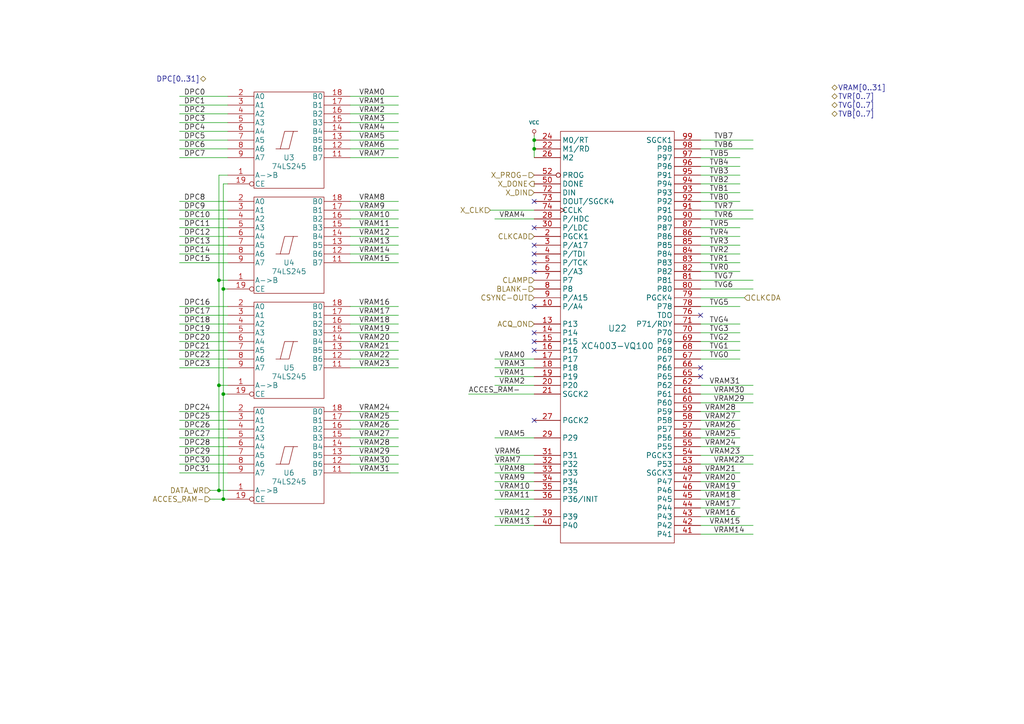
<source format=kicad_sch>
(kicad_sch (version 20200512) (host eeschema "(5.99.0-1712-g5a9e69b14)")
  (page 2 8)
  (paper "A4")
  (title_block (title "Video") (date "Sun 22 Mar 2015") (rev "2.0B") (company "Kicad EDA"))
  (lib_symbols
    (symbol "video_schlib:74LS245" (pin_names (offset 0.254))
      (property "Reference" "U" (at 2.54 14.605 0))
      (property "Value" "74LS245" (at 1.27 -14.605 0))
      (symbol "74LS245_0_1"
        (rectangle (start -10.16 13.97) (end 10.16 -13.97))
        (polyline (pts (xy 1.27 2.54) (xy 0 -2.54) (xy -2.54 -2.54)))
        (polyline (pts (xy 2.54 2.54) (xy -1.27 2.54) (xy -2.54 -2.54) (xy -3.81 -2.54)))
      )
      (symbol "74LS245_0_0"
        (pin power_in line (at 0 -13.97 90) (length 0) (name "GND") (number "10") hide)
        (pin power_in line (at 0 13.97 270) (length 0) (name "VCC") (number "20") hide)
      )
      (symbol "74LS245_1_1"
        (pin input line (at -17.78 -10.16 0) (length 7.62) (name "A->B") (number "1"))
        (pin tri_state line (at 17.78 -5.08 180) (length 7.62) (name "B7") (number "11"))
        (pin tri_state line (at 17.78 -2.54 180) (length 7.62) (name "B6") (number "12"))
        (pin tri_state line (at 17.78 0 180) (length 7.62) (name "B5") (number "13"))
        (pin tri_state line (at 17.78 2.54 180) (length 7.62) (name "B4") (number "14"))
        (pin tri_state line (at 17.78 5.08 180) (length 7.62) (name "B3") (number "15"))
        (pin tri_state line (at 17.78 7.62 180) (length 7.62) (name "B2") (number "16"))
        (pin tri_state line (at 17.78 10.16 180) (length 7.62) (name "B1") (number "17"))
        (pin tri_state line (at 17.78 12.7 180) (length 7.62) (name "B0") (number "18"))
        (pin input inverted (at -17.78 -12.7 0) (length 7.62) (name "CE") (number "19"))
        (pin tri_state line (at -17.78 12.7 0) (length 7.62) (name "A0") (number "2"))
        (pin tri_state line (at -17.78 10.16 0) (length 7.62) (name "A1") (number "3"))
        (pin tri_state line (at -17.78 7.62 0) (length 7.62) (name "A2") (number "4"))
        (pin tri_state line (at -17.78 5.08 0) (length 7.62) (name "A3") (number "5"))
        (pin tri_state line (at -17.78 2.54 0) (length 7.62) (name "A4") (number "6"))
        (pin tri_state line (at -17.78 0 0) (length 7.62) (name "A5") (number "7"))
        (pin tri_state line (at -17.78 -2.54 0) (length 7.62) (name "A6") (number "8"))
        (pin tri_state line (at -17.78 -5.08 0) (length 7.62) (name "A7") (number "9"))
      )
    )
    (symbol "video_schlib:VCC" (power) (pin_names (offset 0))
      (property "Value" "VCC" (at 0 2.54 0))
      (symbol "VCC_0_1"
        (circle (center 0 1.27) (radius 0.508))
        (polyline (pts (xy 0 0) (xy 0 0.762) (xy 0 0.762)))
      )
      (symbol "VCC_0_0"
        (pin power_in line (at 0 0 90) (length 0) (name "VCC") (number "1") hide)
      )
    )
    (symbol "video_schlib:XC4003-VQ100"
      (property "Reference" "U" (at 0 2.54 0))
      (property "Value" "XC4003-VQ100" (at 0 -2.54 0))
      (symbol "XC4003-VQ100_0_1"
        (rectangle (start -16.51 -59.69) (end 16.51 59.69))
      )
      (symbol "XC4003-VQ100_1_1"
        (pin power_in line (at -13.97 -59.69 90) (length 0) (name "GND") (number "1") hide)
        (pin passive line (at -24.13 8.89 0) (length 7.62) (name "P/A4") (number "10"))
        (pin power_in line (at 3.81 59.69 270) (length 0) (name "VCC") (number "100") hide)
        (pin power_in line (at -11.43 -59.69 90) (length 0) (name "GND") (number "11") hide)
        (pin power_in line (at -13.97 59.69 270) (length 0) (name "VCC") (number "12") hide)
        (pin bidirectional line (at -24.13 3.81 0) (length 7.62) (name "P13") (number "13"))
        (pin passive line (at -24.13 1.27 0) (length 7.62) (name "P14") (number "14"))
        (pin passive line (at -24.13 -1.27 0) (length 7.62) (name "P15") (number "15"))
        (pin passive line (at -24.13 -3.81 0) (length 7.62) (name "P16") (number "16"))
        (pin passive line (at -24.13 -6.35 0) (length 7.62) (name "P17") (number "17"))
        (pin passive line (at -24.13 -8.89 0) (length 7.62) (name "P18") (number "18"))
        (pin passive line (at -24.13 -11.43 0) (length 7.62) (name "P19") (number "19"))
        (pin passive line (at -24.13 29.21 0) (length 7.62) (name "PGCK1") (number "2"))
        (pin passive line (at -24.13 -13.97 0) (length 7.62) (name "P20") (number "20"))
        (pin passive line (at -24.13 -16.51 0) (length 7.62) (name "SGCK2") (number "21"))
        (pin input line (at -24.13 54.61 0) (length 7.62) (name "M1/RD") (number "22"))
        (pin power_in line (at -8.89 -59.69 90) (length 0) (name "GND") (number "23") hide)
        (pin input line (at -24.13 57.15 0) (length 7.62) (name "M0/RT") (number "24"))
        (pin power_in line (at -11.43 59.69 270) (length 0) (name "VCC") (number "25") hide)
        (pin passive line (at -24.13 52.07 0) (length 7.62) (name "M2") (number "26"))
        (pin passive line (at -24.13 -24.13 0) (length 7.62) (name "PGCK2") (number "27"))
        (pin passive line (at -24.13 34.29 0) (length 7.62) (name "P/HDC") (number "28"))
        (pin passive line (at -24.13 -29.21 0) (length 7.62) (name "P29") (number "29"))
        (pin passive line (at -24.13 26.67 0) (length 7.62) (name "P/A17") (number "3"))
        (pin passive line (at -24.13 31.75 0) (length 7.62) (name "P/LDC") (number "30"))
        (pin passive line (at -24.13 -34.29 0) (length 7.62) (name "P31") (number "31"))
        (pin passive line (at -24.13 -36.83 0) (length 7.62) (name "P32") (number "32"))
        (pin passive line (at -24.13 -39.37 0) (length 7.62) (name "P33") (number "33"))
        (pin passive line (at -24.13 -41.91 0) (length 7.62) (name "P34") (number "34"))
        (pin passive line (at -24.13 -44.45 0) (length 7.62) (name "P35") (number "35"))
        (pin passive line (at -24.13 -46.99 0) (length 7.62) (name "P36/INIT") (number "36"))
        (pin power_in line (at -8.89 59.69 270) (length 0) (name "VCC") (number "37") hide)
        (pin power_in line (at -6.35 -59.69 90) (length 0) (name "GND") (number "38") hide)
        (pin passive line (at -24.13 -52.07 0) (length 7.62) (name "P39") (number "39"))
        (pin passive line (at -24.13 24.13 0) (length 7.62) (name "P/TDI") (number "4"))
        (pin passive line (at -24.13 -54.61 0) (length 7.62) (name "P40") (number "40"))
        (pin passive line (at 24.13 -57.15 180) (length 7.62) (name "P41") (number "41"))
        (pin passive line (at 24.13 -54.61 180) (length 7.62) (name "P42") (number "42"))
        (pin passive line (at 24.13 -52.07 180) (length 7.62) (name "P43") (number "43"))
        (pin passive line (at 24.13 -49.53 180) (length 7.62) (name "P44") (number "44"))
        (pin passive line (at 24.13 -46.99 180) (length 7.62) (name "P45") (number "45"))
        (pin passive line (at 24.13 -44.45 180) (length 7.62) (name "P46") (number "46"))
        (pin passive line (at 24.13 -41.91 180) (length 7.62) (name "P47") (number "47"))
        (pin passive line (at 24.13 -39.37 180) (length 7.62) (name "SGCK3") (number "48"))
        (pin power_in line (at -3.81 -59.69 90) (length 0) (name "GND") (number "49") hide)
        (pin passive line (at -24.13 21.59 0) (length 7.62) (name "P/TCK") (number "5"))
        (pin open_collector line (at -24.13 44.45 0) (length 7.62) (name "DONE") (number "50"))
        (pin power_in line (at -6.35 59.69 270) (length 0) (name "VCC") (number "51") hide)
        (pin input inverted (at -24.13 46.99 0) (length 7.62) (name "PROG") (number "52"))
        (pin bidirectional line (at 24.13 -36.83 180) (length 7.62) (name "P53") (number "53"))
        (pin bidirectional line (at 24.13 -34.29 180) (length 7.62) (name "PGCK3") (number "54"))
        (pin passive line (at 24.13 -31.75 180) (length 7.62) (name "P55") (number "55"))
        (pin bidirectional line (at 24.13 -29.21 180) (length 7.62) (name "P56") (number "56"))
        (pin passive line (at 24.13 -26.67 180) (length 7.62) (name "P57") (number "57"))
        (pin passive line (at 24.13 -24.13 180) (length 7.62) (name "P58") (number "58"))
        (pin passive line (at 24.13 -21.59 180) (length 7.62) (name "P59") (number "59"))
        (pin passive line (at -24.13 19.05 0) (length 7.62) (name "P/A3") (number "6"))
        (pin passive line (at 24.13 -19.05 180) (length 7.62) (name "P60") (number "60"))
        (pin passive line (at 24.13 -16.51 180) (length 7.62) (name "P61") (number "61"))
        (pin passive line (at 24.13 -13.97 180) (length 7.62) (name "P62") (number "62"))
        (pin power_in line (at -3.81 59.69 270) (length 0) (name "VCC") (number "63") hide)
        (pin power_in line (at -1.27 -59.69 90) (length 0) (name "GND") (number "64") hide)
        (pin passive line (at 24.13 -11.43 180) (length 7.62) (name "P65") (number "65"))
        (pin passive line (at 24.13 -8.89 180) (length 7.62) (name "P66") (number "66"))
        (pin passive line (at 24.13 -6.35 180) (length 7.62) (name "P67") (number "67"))
        (pin passive line (at 24.13 -3.81 180) (length 7.62) (name "P68") (number "68"))
        (pin passive line (at 24.13 -1.27 180) (length 7.62) (name "P69") (number "69"))
        (pin passive line (at -24.13 16.51 0) (length 7.62) (name "P7") (number "7"))
        (pin passive line (at 24.13 1.27 180) (length 7.62) (name "P70") (number "70"))
        (pin passive line (at 24.13 3.81 180) (length 7.62) (name "P71/RDY") (number "71"))
        (pin passive line (at -24.13 41.91 0) (length 7.62) (name "DIN") (number "72"))
        (pin passive line (at -24.13 39.37 0) (length 7.62) (name "DOUT/SGCK4") (number "73"))
        (pin input clock (at -24.13 36.83 0) (length 7.62) (name "CCLK") (number "74"))
        (pin power_in line (at -1.27 59.69 270) (length 0) (name "VCC") (number "75") hide)
        (pin output line (at 24.13 6.35 180) (length 7.62) (name "TDO") (number "76"))
        (pin power_in line (at 1.27 -59.69 90) (length 0) (name "GND") (number "77") hide)
        (pin passive line (at 24.13 8.89 180) (length 7.62) (name "P78") (number "78"))
        (pin passive line (at 24.13 11.43 180) (length 7.62) (name "PGCK4") (number "79"))
        (pin passive line (at -24.13 13.97 0) (length 7.62) (name "P8") (number "8"))
        (pin passive line (at 24.13 13.97 180) (length 7.62) (name "P80") (number "80"))
        (pin passive line (at 24.13 16.51 180) (length 7.62) (name "P81") (number "81"))
        (pin passive line (at 24.13 19.05 180) (length 7.62) (name "P82") (number "82"))
        (pin passive line (at 24.13 21.59 180) (length 7.62) (name "P83") (number "83"))
        (pin passive line (at 24.13 24.13 180) (length 7.62) (name "P84") (number "84"))
        (pin passive line (at 24.13 26.67 180) (length 7.62) (name "P85") (number "85"))
        (pin passive line (at 24.13 29.21 180) (length 7.62) (name "P86") (number "86"))
        (pin passive line (at 24.13 31.75 180) (length 7.62) (name "P87") (number "87"))
        (pin power_in line (at 3.81 -59.69 90) (length 0) (name "GND") (number "88") hide)
        (pin power_in line (at 1.27 59.69 270) (length 0) (name "VCC") (number "89") hide)
        (pin passive line (at -24.13 11.43 0) (length 7.62) (name "P/A15") (number "9"))
        (pin bidirectional line (at 24.13 34.29 180) (length 7.62) (name "P90") (number "90"))
        (pin passive line (at 24.13 36.83 180) (length 7.62) (name "P91") (number "91"))
        (pin passive line (at 24.13 39.37 180) (length 7.62) (name "P92") (number "92"))
        (pin passive line (at 24.13 41.91 180) (length 7.62) (name "P93") (number "93"))
        (pin passive line (at 24.13 44.45 180) (length 7.62) (name "P94") (number "94"))
        (pin passive line (at 24.13 46.99 180) (length 7.62) (name "P91") (number "95"))
        (pin passive line (at 24.13 49.53 180) (length 7.62) (name "P96") (number "96"))
        (pin passive line (at 24.13 52.07 180) (length 7.62) (name "P97") (number "97"))
        (pin bidirectional line (at 24.13 54.61 180) (length 7.62) (name "P98") (number "98"))
        (pin bidirectional line (at 24.13 57.15 180) (length 7.62) (name "SGCK1") (number "99"))
      )
    )
  )
  (junction (at 63.5 81.28))
  (junction (at 63.5 111.76))
  (junction (at 63.5 142.24))
  (junction (at 64.77 83.82))
  (junction (at 64.77 114.3))
  (junction (at 64.77 144.78))
  (junction (at 154.94 40.64))
  (junction (at 154.94 43.18))
  (no_connect (at 154.94 101.6))
  (no_connect (at 203.2 91.44))
  (no_connect (at 154.94 58.42))
  (no_connect (at 154.94 88.9))
  (no_connect (at 154.94 76.2))
  (no_connect (at 154.94 66.04))
  (no_connect (at 154.94 99.06))
  (no_connect (at 154.94 73.66))
  (no_connect (at 203.2 106.68))
  (no_connect (at 203.2 109.22))
  (no_connect (at 154.94 71.12))
  (no_connect (at 154.94 96.52))
  (no_connect (at 154.94 121.92))
  (no_connect (at 154.94 78.74))
  (wire (pts (xy 60.96 142.24) (xy 63.5 142.24)))
  (wire (pts (xy 63.5 50.8) (xy 66.04 50.8)))
  (wire (pts (xy 63.5 81.28) (xy 63.5 50.8)))
  (wire (pts (xy 63.5 111.76) (xy 63.5 81.28)))
  (wire (pts (xy 63.5 142.24) (xy 63.5 111.76)))
  (wire (pts (xy 63.5 142.24) (xy 66.04 142.24)))
  (wire (pts (xy 64.77 53.34) (xy 66.04 53.34)))
  (wire (pts (xy 64.77 83.82) (xy 64.77 53.34)))
  (wire (pts (xy 64.77 114.3) (xy 64.77 83.82)))
  (wire (pts (xy 64.77 144.78) (xy 60.96 144.78)))
  (wire (pts (xy 64.77 144.78) (xy 64.77 114.3)))
  (wire (pts (xy 66.04 27.94) (xy 52.07 27.94)))
  (wire (pts (xy 66.04 30.48) (xy 52.07 30.48)))
  (wire (pts (xy 66.04 33.02) (xy 52.07 33.02)))
  (wire (pts (xy 66.04 35.56) (xy 52.07 35.56)))
  (wire (pts (xy 66.04 38.1) (xy 52.07 38.1)))
  (wire (pts (xy 66.04 40.64) (xy 52.07 40.64)))
  (wire (pts (xy 66.04 43.18) (xy 52.07 43.18)))
  (wire (pts (xy 66.04 45.72) (xy 52.07 45.72)))
  (wire (pts (xy 66.04 58.42) (xy 52.07 58.42)))
  (wire (pts (xy 66.04 60.96) (xy 52.07 60.96)))
  (wire (pts (xy 66.04 63.5) (xy 52.07 63.5)))
  (wire (pts (xy 66.04 66.04) (xy 52.07 66.04)))
  (wire (pts (xy 66.04 68.58) (xy 52.07 68.58)))
  (wire (pts (xy 66.04 71.12) (xy 52.07 71.12)))
  (wire (pts (xy 66.04 73.66) (xy 52.07 73.66)))
  (wire (pts (xy 66.04 76.2) (xy 52.07 76.2)))
  (wire (pts (xy 66.04 81.28) (xy 63.5 81.28)))
  (wire (pts (xy 66.04 83.82) (xy 64.77 83.82)))
  (wire (pts (xy 66.04 88.9) (xy 52.07 88.9)))
  (wire (pts (xy 66.04 91.44) (xy 52.07 91.44)))
  (wire (pts (xy 66.04 93.98) (xy 52.07 93.98)))
  (wire (pts (xy 66.04 96.52) (xy 52.07 96.52)))
  (wire (pts (xy 66.04 99.06) (xy 52.07 99.06)))
  (wire (pts (xy 66.04 101.6) (xy 52.07 101.6)))
  (wire (pts (xy 66.04 104.14) (xy 52.07 104.14)))
  (wire (pts (xy 66.04 106.68) (xy 52.07 106.68)))
  (wire (pts (xy 66.04 111.76) (xy 63.5 111.76)))
  (wire (pts (xy 66.04 114.3) (xy 64.77 114.3)))
  (wire (pts (xy 66.04 119.38) (xy 52.07 119.38)))
  (wire (pts (xy 66.04 121.92) (xy 52.07 121.92)))
  (wire (pts (xy 66.04 124.46) (xy 52.07 124.46)))
  (wire (pts (xy 66.04 127) (xy 52.07 127)))
  (wire (pts (xy 66.04 129.54) (xy 52.07 129.54)))
  (wire (pts (xy 66.04 132.08) (xy 52.07 132.08)))
  (wire (pts (xy 66.04 134.62) (xy 52.07 134.62)))
  (wire (pts (xy 66.04 137.16) (xy 52.07 137.16)))
  (wire (pts (xy 66.04 144.78) (xy 64.77 144.78)))
  (wire (pts (xy 101.6 27.94) (xy 115.57 27.94)))
  (wire (pts (xy 101.6 30.48) (xy 115.57 30.48)))
  (wire (pts (xy 101.6 33.02) (xy 115.57 33.02)))
  (wire (pts (xy 101.6 35.56) (xy 115.57 35.56)))
  (wire (pts (xy 101.6 38.1) (xy 115.57 38.1)))
  (wire (pts (xy 101.6 40.64) (xy 115.57 40.64)))
  (wire (pts (xy 101.6 43.18) (xy 115.57 43.18)))
  (wire (pts (xy 101.6 45.72) (xy 115.57 45.72)))
  (wire (pts (xy 101.6 58.42) (xy 115.57 58.42)))
  (wire (pts (xy 101.6 60.96) (xy 115.57 60.96)))
  (wire (pts (xy 101.6 63.5) (xy 115.57 63.5)))
  (wire (pts (xy 101.6 66.04) (xy 115.57 66.04)))
  (wire (pts (xy 101.6 68.58) (xy 115.57 68.58)))
  (wire (pts (xy 101.6 71.12) (xy 115.57 71.12)))
  (wire (pts (xy 101.6 73.66) (xy 115.57 73.66)))
  (wire (pts (xy 101.6 76.2) (xy 115.57 76.2)))
  (wire (pts (xy 101.6 88.9) (xy 115.57 88.9)))
  (wire (pts (xy 101.6 91.44) (xy 115.57 91.44)))
  (wire (pts (xy 101.6 93.98) (xy 115.57 93.98)))
  (wire (pts (xy 101.6 96.52) (xy 115.57 96.52)))
  (wire (pts (xy 101.6 99.06) (xy 115.57 99.06)))
  (wire (pts (xy 101.6 101.6) (xy 115.57 101.6)))
  (wire (pts (xy 101.6 104.14) (xy 115.57 104.14)))
  (wire (pts (xy 101.6 106.68) (xy 115.57 106.68)))
  (wire (pts (xy 101.6 119.38) (xy 115.57 119.38)))
  (wire (pts (xy 101.6 121.92) (xy 115.57 121.92)))
  (wire (pts (xy 101.6 124.46) (xy 115.57 124.46)))
  (wire (pts (xy 101.6 127) (xy 115.57 127)))
  (wire (pts (xy 101.6 129.54) (xy 115.57 129.54)))
  (wire (pts (xy 101.6 132.08) (xy 115.57 132.08)))
  (wire (pts (xy 101.6 134.62) (xy 115.57 134.62)))
  (wire (pts (xy 101.6 137.16) (xy 115.57 137.16)))
  (wire (pts (xy 143.51 63.5) (xy 154.94 63.5)))
  (wire (pts (xy 143.51 104.14) (xy 154.94 104.14)))
  (wire (pts (xy 143.51 106.68) (xy 154.94 106.68)))
  (wire (pts (xy 143.51 109.22) (xy 154.94 109.22)))
  (wire (pts (xy 143.51 111.76) (xy 154.94 111.76)))
  (wire (pts (xy 143.51 127) (xy 154.94 127)))
  (wire (pts (xy 143.51 137.16) (xy 154.94 137.16)))
  (wire (pts (xy 143.51 139.7) (xy 154.94 139.7)))
  (wire (pts (xy 143.51 142.24) (xy 154.94 142.24)))
  (wire (pts (xy 143.51 144.78) (xy 154.94 144.78)))
  (wire (pts (xy 143.51 149.86) (xy 154.94 149.86)))
  (wire (pts (xy 143.51 152.4) (xy 154.94 152.4)))
  (wire (pts (xy 154.94 40.64) (xy 154.94 39.37)))
  (wire (pts (xy 154.94 43.18) (xy 154.94 40.64)))
  (wire (pts (xy 154.94 45.72) (xy 154.94 43.18)))
  (wire (pts (xy 154.94 60.96) (xy 142.24 60.96)))
  (wire (pts (xy 154.94 114.3) (xy 135.89 114.3)))
  (wire (pts (xy 154.94 132.08) (xy 143.51 132.08)))
  (wire (pts (xy 154.94 134.62) (xy 143.51 134.62)))
  (wire (pts (xy 203.2 45.72) (xy 214.63 45.72)))
  (wire (pts (xy 203.2 48.26) (xy 214.63 48.26)))
  (wire (pts (xy 203.2 50.8) (xy 214.63 50.8)))
  (wire (pts (xy 203.2 53.34) (xy 214.63 53.34)))
  (wire (pts (xy 203.2 55.88) (xy 214.63 55.88)))
  (wire (pts (xy 203.2 58.42) (xy 214.63 58.42)))
  (wire (pts (xy 203.2 66.04) (xy 214.63 66.04)))
  (wire (pts (xy 203.2 68.58) (xy 214.63 68.58)))
  (wire (pts (xy 203.2 71.12) (xy 214.63 71.12)))
  (wire (pts (xy 203.2 73.66) (xy 214.63 73.66)))
  (wire (pts (xy 203.2 76.2) (xy 214.63 76.2)))
  (wire (pts (xy 203.2 78.74) (xy 214.63 78.74)))
  (wire (pts (xy 203.2 86.36) (xy 215.9 86.36)))
  (wire (pts (xy 203.2 88.9) (xy 214.63 88.9)))
  (wire (pts (xy 203.2 93.98) (xy 214.63 93.98)))
  (wire (pts (xy 203.2 96.52) (xy 214.63 96.52)))
  (wire (pts (xy 203.2 99.06) (xy 214.63 99.06)))
  (wire (pts (xy 203.2 101.6) (xy 214.63 101.6)))
  (wire (pts (xy 203.2 104.14) (xy 214.63 104.14)))
  (wire (pts (xy 203.2 119.38) (xy 214.63 119.38)))
  (wire (pts (xy 203.2 121.92) (xy 214.63 121.92)))
  (wire (pts (xy 203.2 124.46) (xy 214.63 124.46)))
  (wire (pts (xy 203.2 127) (xy 214.63 127)))
  (wire (pts (xy 203.2 129.54) (xy 214.63 129.54)))
  (wire (pts (xy 203.2 137.16) (xy 214.63 137.16)))
  (wire (pts (xy 203.2 139.7) (xy 214.63 139.7)))
  (wire (pts (xy 203.2 142.24) (xy 214.63 142.24)))
  (wire (pts (xy 203.2 144.78) (xy 214.63 144.78)))
  (wire (pts (xy 203.2 147.32) (xy 214.63 147.32)))
  (wire (pts (xy 203.2 149.86) (xy 214.63 149.86)))
  (wire (pts (xy 218.44 40.64) (xy 203.2 40.64)))
  (wire (pts (xy 218.44 43.18) (xy 203.2 43.18)))
  (wire (pts (xy 218.44 60.96) (xy 203.2 60.96)))
  (wire (pts (xy 218.44 63.5) (xy 203.2 63.5)))
  (wire (pts (xy 218.44 81.28) (xy 203.2 81.28)))
  (wire (pts (xy 218.44 83.82) (xy 203.2 83.82)))
  (wire (pts (xy 218.44 111.76) (xy 203.2 111.76)))
  (wire (pts (xy 218.44 114.3) (xy 203.2 114.3)))
  (wire (pts (xy 218.44 116.84) (xy 203.2 116.84)))
  (wire (pts (xy 218.44 132.08) (xy 203.2 132.08)))
  (wire (pts (xy 218.44 134.62) (xy 203.2 134.62)))
  (wire (pts (xy 218.44 152.4) (xy 203.2 152.4)))
  (wire (pts (xy 218.44 154.94) (xy 203.2 154.94)))
  (label "DPC0" (at 53.34 27.94 0) (effects (font (size 1.524 1.524))))
  (label "DPC1" (at 53.34 30.48 0) (effects (font (size 1.524 1.524))))
  (label "DPC2" (at 53.34 33.02 0) (effects (font (size 1.524 1.524))))
  (label "DPC3" (at 53.34 35.56 0) (effects (font (size 1.524 1.524))))
  (label "DPC4" (at 53.34 38.1 0) (effects (font (size 1.524 1.524))))
  (label "DPC5" (at 53.34 40.64 0) (effects (font (size 1.524 1.524))))
  (label "DPC6" (at 53.34 43.18 0) (effects (font (size 1.524 1.524))))
  (label "DPC7" (at 53.34 45.72 0) (effects (font (size 1.524 1.524))))
  (label "DPC8" (at 53.34 58.42 0) (effects (font (size 1.524 1.524))))
  (label "DPC9" (at 53.34 60.96 0) (effects (font (size 1.524 1.524))))
  (label "DPC10" (at 53.34 63.5 0) (effects (font (size 1.524 1.524))))
  (label "DPC11" (at 53.34 66.04 0) (effects (font (size 1.524 1.524))))
  (label "DPC12" (at 53.34 68.58 0) (effects (font (size 1.524 1.524))))
  (label "DPC13" (at 53.34 71.12 0) (effects (font (size 1.524 1.524))))
  (label "DPC14" (at 53.34 73.66 0) (effects (font (size 1.524 1.524))))
  (label "DPC15" (at 53.34 76.2 0) (effects (font (size 1.524 1.524))))
  (label "DPC16" (at 53.34 88.9 0) (effects (font (size 1.524 1.524))))
  (label "DPC17" (at 53.34 91.44 0) (effects (font (size 1.524 1.524))))
  (label "DPC18" (at 53.34 93.98 0) (effects (font (size 1.524 1.524))))
  (label "DPC19" (at 53.34 96.52 0) (effects (font (size 1.524 1.524))))
  (label "DPC20" (at 53.34 99.06 0) (effects (font (size 1.524 1.524))))
  (label "DPC21" (at 53.34 101.6 0) (effects (font (size 1.524 1.524))))
  (label "DPC22" (at 53.34 104.14 0) (effects (font (size 1.524 1.524))))
  (label "DPC23" (at 53.34 106.68 0) (effects (font (size 1.524 1.524))))
  (label "DPC24" (at 53.34 119.38 0) (effects (font (size 1.524 1.524))))
  (label "DPC25" (at 53.34 121.92 0) (effects (font (size 1.524 1.524))))
  (label "DPC26" (at 53.34 124.46 0) (effects (font (size 1.524 1.524))))
  (label "DPC27" (at 53.34 127 0) (effects (font (size 1.524 1.524))))
  (label "DPC28" (at 53.34 129.54 0) (effects (font (size 1.524 1.524))))
  (label "DPC29" (at 53.34 132.08 0) (effects (font (size 1.524 1.524))))
  (label "DPC30" (at 53.34 134.62 0) (effects (font (size 1.524 1.524))))
  (label "DPC31" (at 53.34 137.16 0) (effects (font (size 1.524 1.524))))
  (label "VRAM0" (at 104.14 27.94 0) (effects (font (size 1.524 1.524))))
  (label "VRAM1" (at 104.14 30.48 0) (effects (font (size 1.524 1.524))))
  (label "VRAM2" (at 104.14 33.02 0) (effects (font (size 1.524 1.524))))
  (label "VRAM3" (at 104.14 35.56 0) (effects (font (size 1.524 1.524))))
  (label "VRAM4" (at 104.14 38.1 0) (effects (font (size 1.524 1.524))))
  (label "VRAM5" (at 104.14 40.64 0) (effects (font (size 1.524 1.524))))
  (label "VRAM6" (at 104.14 43.18 0) (effects (font (size 1.524 1.524))))
  (label "VRAM7" (at 104.14 45.72 0) (effects (font (size 1.524 1.524))))
  (label "VRAM8" (at 104.14 58.42 0) (effects (font (size 1.524 1.524))))
  (label "VRAM9" (at 104.14 60.96 0) (effects (font (size 1.524 1.524))))
  (label "VRAM10" (at 104.14 63.5 0) (effects (font (size 1.524 1.524))))
  (label "VRAM11" (at 104.14 66.04 0) (effects (font (size 1.524 1.524))))
  (label "VRAM12" (at 104.14 68.58 0) (effects (font (size 1.524 1.524))))
  (label "VRAM13" (at 104.14 71.12 0) (effects (font (size 1.524 1.524))))
  (label "VRAM14" (at 104.14 73.66 0) (effects (font (size 1.524 1.524))))
  (label "VRAM15" (at 104.14 76.2 0) (effects (font (size 1.524 1.524))))
  (label "VRAM16" (at 104.14 88.9 0) (effects (font (size 1.524 1.524))))
  (label "VRAM17" (at 104.14 91.44 0) (effects (font (size 1.524 1.524))))
  (label "VRAM18" (at 104.14 93.98 0) (effects (font (size 1.524 1.524))))
  (label "VRAM19" (at 104.14 96.52 0) (effects (font (size 1.524 1.524))))
  (label "VRAM20" (at 104.14 99.06 0) (effects (font (size 1.524 1.524))))
  (label "VRAM21" (at 104.14 101.6 0) (effects (font (size 1.524 1.524))))
  (label "VRAM22" (at 104.14 104.14 0) (effects (font (size 1.524 1.524))))
  (label "VRAM23" (at 104.14 106.68 0) (effects (font (size 1.524 1.524))))
  (label "VRAM24" (at 104.14 119.38 0) (effects (font (size 1.524 1.524))))
  (label "VRAM25" (at 104.14 121.92 0) (effects (font (size 1.524 1.524))))
  (label "VRAM26" (at 104.14 124.46 0) (effects (font (size 1.524 1.524))))
  (label "VRAM27" (at 104.14 127 0) (effects (font (size 1.524 1.524))))
  (label "VRAM28" (at 104.14 129.54 0) (effects (font (size 1.524 1.524))))
  (label "VRAM29" (at 104.14 132.08 0) (effects (font (size 1.524 1.524))))
  (label "VRAM30" (at 104.14 134.62 0) (effects (font (size 1.524 1.524))))
  (label "VRAM31" (at 104.14 137.16 0) (effects (font (size 1.524 1.524))))
  (label "ACCES_RAM-" (at 135.89 114.3 0) (effects (font (size 1.524 1.524))))
  (label "VRAM6" (at 143.51 132.08 0) (effects (font (size 1.524 1.524))))
  (label "VRAM7" (at 143.51 134.62 0) (effects (font (size 1.524 1.524))))
  (label "VRAM4" (at 144.78 63.5 0) (effects (font (size 1.524 1.524))))
  (label "VRAM0" (at 144.78 104.14 0) (effects (font (size 1.524 1.524))))
  (label "VRAM3" (at 144.78 106.68 0) (effects (font (size 1.524 1.524))))
  (label "VRAM1" (at 144.78 109.22 0) (effects (font (size 1.524 1.524))))
  (label "VRAM2" (at 144.78 111.76 0) (effects (font (size 1.524 1.524))))
  (label "VRAM5" (at 144.78 127 0) (effects (font (size 1.524 1.524))))
  (label "VRAM8" (at 144.78 137.16 0) (effects (font (size 1.524 1.524))))
  (label "VRAM9" (at 144.78 139.7 0) (effects (font (size 1.524 1.524))))
  (label "VRAM10" (at 144.78 142.24 0) (effects (font (size 1.524 1.524))))
  (label "VRAM11" (at 144.78 144.78 0) (effects (font (size 1.524 1.524))))
  (label "VRAM12" (at 144.78 149.86 0) (effects (font (size 1.524 1.524))))
  (label "VRAM13" (at 144.78 152.4 0) (effects (font (size 1.524 1.524))))
  (label "VRAM28" (at 204.47 119.38 0) (effects (font (size 1.524 1.524))))
  (label "VRAM27" (at 204.47 121.92 0) (effects (font (size 1.524 1.524))))
  (label "VRAM26" (at 204.47 124.46 0) (effects (font (size 1.524 1.524))))
  (label "VRAM25" (at 204.47 127 0) (effects (font (size 1.524 1.524))))
  (label "VRAM24" (at 204.47 129.54 0) (effects (font (size 1.524 1.524))))
  (label "VRAM21" (at 204.47 137.16 0) (effects (font (size 1.524 1.524))))
  (label "VRAM20" (at 204.47 139.7 0) (effects (font (size 1.524 1.524))))
  (label "VRAM19" (at 204.47 142.24 0) (effects (font (size 1.524 1.524))))
  (label "VRAM18" (at 204.47 144.78 0) (effects (font (size 1.524 1.524))))
  (label "VRAM17" (at 204.47 147.32 0) (effects (font (size 1.524 1.524))))
  (label "VRAM16" (at 204.47 149.86 0) (effects (font (size 1.524 1.524))))
  (label "TVB5" (at 205.74 45.72 0) (effects (font (size 1.524 1.524))))
  (label "TVB4" (at 205.74 48.26 0) (effects (font (size 1.524 1.524))))
  (label "TVB3" (at 205.74 50.8 0) (effects (font (size 1.524 1.524))))
  (label "TVB2" (at 205.74 53.34 0) (effects (font (size 1.524 1.524))))
  (label "TVB1" (at 205.74 55.88 0) (effects (font (size 1.524 1.524))))
  (label "TVB0" (at 205.74 58.42 0) (effects (font (size 1.524 1.524))))
  (label "TVR5" (at 205.74 66.04 0) (effects (font (size 1.524 1.524))))
  (label "TVR4" (at 205.74 68.58 0) (effects (font (size 1.524 1.524))))
  (label "TVR3" (at 205.74 71.12 0) (effects (font (size 1.524 1.524))))
  (label "TVR2" (at 205.74 73.66 0) (effects (font (size 1.524 1.524))))
  (label "TVR1" (at 205.74 76.2 0) (effects (font (size 1.524 1.524))))
  (label "TVR0" (at 205.74 78.74 0) (effects (font (size 1.524 1.524))))
  (label "TVG5" (at 205.74 88.9 0) (effects (font (size 1.524 1.524))))
  (label "TVG4" (at 205.74 93.98 0) (effects (font (size 1.524 1.524))))
  (label "TVG3" (at 205.74 96.52 0) (effects (font (size 1.524 1.524))))
  (label "TVG2" (at 205.74 99.06 0) (effects (font (size 1.524 1.524))))
  (label "TVG1" (at 205.74 101.6 0) (effects (font (size 1.524 1.524))))
  (label "TVG0" (at 205.74 104.14 0) (effects (font (size 1.524 1.524))))
  (label "VRAM31" (at 205.74 111.76 0) (effects (font (size 1.524 1.524))))
  (label "VRAM23" (at 205.74 132.08 0) (effects (font (size 1.524 1.524))))
  (label "VRAM15" (at 205.74 152.4 0) (effects (font (size 1.524 1.524))))
  (label "TVB7" (at 207.01 40.64 0) (effects (font (size 1.524 1.524))))
  (label "TVB6" (at 207.01 43.18 0) (effects (font (size 1.524 1.524))))
  (label "TVR7" (at 207.01 60.96 0) (effects (font (size 1.524 1.524))))
  (label "TVR6" (at 207.01 63.5 0) (effects (font (size 1.524 1.524))))
  (label "TVG7" (at 207.01 81.28 0) (effects (font (size 1.524 1.524))))
  (label "TVG6" (at 207.01 83.82 0) (effects (font (size 1.524 1.524))))
  (label "VRAM30" (at 207.01 114.3 0) (effects (font (size 1.524 1.524))))
  (label "VRAM29" (at 207.01 116.84 0) (effects (font (size 1.524 1.524))))
  (label "VRAM22" (at 207.01 134.62 0) (effects (font (size 1.524 1.524))))
  (label "VRAM14" (at 207.01 154.94 0) (effects (font (size 1.524 1.524))))
  (hierarchical_label "DPC[0..31]" (shape bidirectional) (at 59.69 22.86 180) (effects (font (size 1.524 1.524))))
  (hierarchical_label "DATA_WR" (shape input) (at 60.96 142.24 180) (effects (font (size 1.524 1.524))))
  (hierarchical_label "ACCES_RAM-" (shape input) (at 60.96 144.78 180) (effects (font (size 1.524 1.524))))
  (hierarchical_label "X_CLK" (shape input) (at 142.24 60.96 180) (effects (font (size 1.524 1.524))))
  (hierarchical_label "X_PROG-" (shape input) (at 154.94 50.8 180) (effects (font (size 1.524 1.524))))
  (hierarchical_label "X_DONE" (shape output) (at 154.94 53.34 180) (effects (font (size 1.524 1.524))))
  (hierarchical_label "X_DIN" (shape input) (at 154.94 55.88 180) (effects (font (size 1.524 1.524))))
  (hierarchical_label "CLKCAD" (shape input) (at 154.94 68.58 180) (effects (font (size 1.524 1.524))))
  (hierarchical_label "CLAMP" (shape input) (at 154.94 81.28 180) (effects (font (size 1.524 1.524))))
  (hierarchical_label "BLANK-" (shape input) (at 154.94 83.82 180) (effects (font (size 1.524 1.524))))
  (hierarchical_label "CSYNC-OUT" (shape input) (at 154.94 86.36 180) (effects (font (size 1.524 1.524))))
  (hierarchical_label "ACQ_ON" (shape input) (at 154.94 93.98 180) (effects (font (size 1.524 1.524))))
  (hierarchical_label "CLKCDA" (shape input) (at 215.9 86.36 0) (effects (font (size 1.524 1.524))))
  (hierarchical_label "VRAM[0..31]" (shape bidirectional) (at 241.3 25.4 0) (effects (font (size 1.524 1.524))))
  (hierarchical_label "TVR[0..7]" (shape bidirectional) (at 241.3 27.94 0) (effects (font (size 1.524 1.524))))
  (hierarchical_label "TVG[0..7]" (shape bidirectional) (at 241.3 30.48 0) (effects (font (size 1.524 1.524))))
  (hierarchical_label "TVB[0..7]" (shape bidirectional) (at 241.3 33.02 0) (effects (font (size 1.524 1.524))))
  (symbol (lib_id "video_schlib:VCC") (at 154.94 39.37 0) (unit 1)
    (property "Reference" "#PWR06" (effects hide))
    (property "Value" "VCC" (at 154.94 35.56 0) (effects (font (size 1.016 1.016))))
  )
  (symbol (lib_id "video_schlib:74LS245") (at 83.82 40.64 0) (unit 1)
    (property "Reference" "U3" (at 83.82 45.72 0) (effects (font (size 1.524 1.524))))
    (property "Value" "74LS245" (at 83.82 48.26 0) (effects (font (size 1.524 1.524))))
    (property "Footprint" "Package_SO:SOIC-20W_7.5x12.8mm_P1.27mm" (effects hide))
  )
  (symbol (lib_id "video_schlib:74LS245") (at 83.82 71.12 0) (unit 1)
    (property "Reference" "U4" (at 83.82 76.2 0) (effects (font (size 1.524 1.524))))
    (property "Value" "74LS245" (at 83.82 78.74 0) (effects (font (size 1.524 1.524))))
    (property "Footprint" "Package_SO:SOIC-20W_7.5x12.8mm_P1.27mm" (effects hide))
  )
  (symbol (lib_id "video_schlib:74LS245") (at 83.82 101.6 0) (unit 1)
    (property "Reference" "U5" (at 83.82 106.68 0) (effects (font (size 1.524 1.524))))
    (property "Value" "74LS245" (at 83.82 109.22 0) (effects (font (size 1.524 1.524))))
    (property "Footprint" "Package_SO:SOIC-20W_7.5x12.8mm_P1.27mm" (effects hide))
  )
  (symbol (lib_id "video_schlib:74LS245") (at 83.82 132.08 0) (unit 1)
    (property "Reference" "U6" (at 83.82 137.16 0) (effects (font (size 1.524 1.524))))
    (property "Value" "74LS245" (at 83.82 139.7 0) (effects (font (size 1.524 1.524))))
    (property "Footprint" "Package_SO:SOIC-20W_7.5x12.8mm_P1.27mm" (effects hide))
  )
  (symbol (lib_id "video_schlib:XC4003-VQ100") (at 179.07 97.79 0) (unit 1)
    (property "Reference" "U22" (at 179.07 95.25 0) (effects (font (size 1.778 1.778))))
    (property "Value" "XC4003-VQ100" (at 179.07 100.33 0) (effects (font (size 1.778 1.778))))
    (property "Footprint" "Package_QFP:TQFP-100_14x14mm_P0.5mm" (effects hide))
  )
)
</source>
